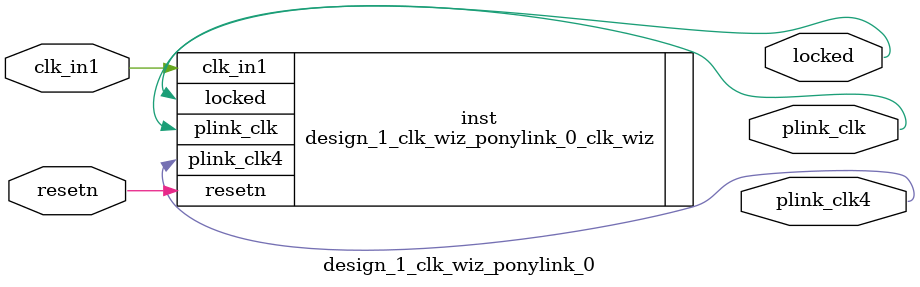
<source format=v>


`timescale 1ps/1ps

(* CORE_GENERATION_INFO = "design_1_clk_wiz_ponylink_0,clk_wiz_v6_0_4_0_0,{component_name=design_1_clk_wiz_ponylink_0,use_phase_alignment=true,use_min_o_jitter=false,use_max_i_jitter=false,use_dyn_phase_shift=false,use_inclk_switchover=false,use_dyn_reconfig=false,enable_axi=0,feedback_source=FDBK_AUTO,PRIMITIVE=MMCM,num_out_clk=2,clkin1_period=20.000,clkin2_period=10.0,use_power_down=false,use_reset=true,use_locked=true,use_inclk_stopped=false,feedback_type=SINGLE,CLOCK_MGR_TYPE=NA,manual_override=false}" *)

module design_1_clk_wiz_ponylink_0 
 (
  // Clock out ports
  output        plink_clk,
  output        plink_clk4,
  // Status and control signals
  input         resetn,
  output        locked,
 // Clock in ports
  input         clk_in1
 );

  design_1_clk_wiz_ponylink_0_clk_wiz inst
  (
  // Clock out ports  
  .plink_clk(plink_clk),
  .plink_clk4(plink_clk4),
  // Status and control signals               
  .resetn(resetn), 
  .locked(locked),
 // Clock in ports
  .clk_in1(clk_in1)
  );

endmodule

</source>
